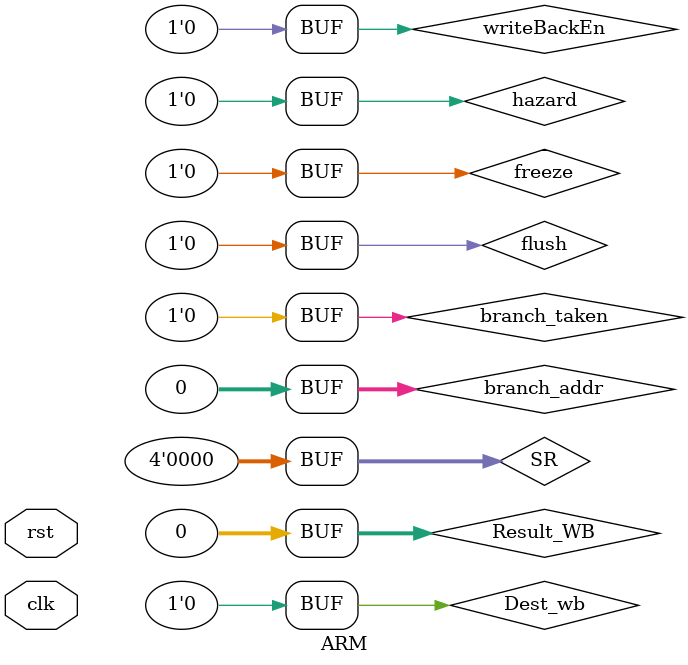
<source format=v>
module ARM(input clk, rst);
  wire freeze, flush;
  wire [31:0] if_pc, inst, id_pc, exe_pc, mem_pc, wb_pc, branch_addr;
  wire [31:0] if_pc_reg, inst_reg, id_reg_pc, exe_reg_pc, mem_reg_pc, wb_reg_pc;
  
  wire writeBackEn, Dest_wb, hazard, WB_EN, MEM_R_EN, MEM_W_EN, B, S, imm, Two_src;
  wire [31:0] Result_WB, Val_Rn, Val_Rm;
  wire [3:0] SR, EXE_CMD, Dest, src1, src2;
  wire [11:0] Shift_operand;
  wire [23:0] Signed_imm_24;
  
  wire WB_EN_reg, MEM_R_EN_reg, MEM_W_EN_reg, B_reg, S_reg, imm_reg;
  wire [31:0] Val_Rn_reg, Val_Rm_reg;
  wire [3:0] EXE_CMD_reg, Dest_reg;
  wire [11:0] Shift_operand_reg;
  wire [23:0] Signed_imm_24_reg;

  wire exe_reg_WB_EN, exe_reg_MEM_R_EN, exe_reg_MEM_W_EN;
  wire [31:0] exe_reg_ALU_Result, exe_reg_Val_Rm;
  wire [3:0] exe_reg_Dest;

  wire [31:0] exe_ALU_Res, exe_Status_bits;
  
  wire mem_WB_EN, mem_MEM_R_EN;
  wire [31:0] mem_ALU_Res, mem_DM_out;
  wire [3:0] mem_Dest;

  wire mem_reg_WB_EN, mem_reg_MEM_R_EN;
  wire [31:0] mem_reg_ALU_Res, mem_reg_DM_out;
  wire [3:0] mem_reg_Dest;
  
  assign freeze = 1'b0;
  assign flush = 1'b0;
  assign branch_taken = 1'b0;
  assign branch_addr = 32'b0;
  assign writeBackEn = 1'b0;
  assign hazard = 1'b0;
  assign Dest_wb = 1'b0;
  assign Result_WB = 32'b0;
  assign SR = 4'b0;

  IF_Stage IF_Stage_(clk, rst, freeze, branch_taken, branch_addr, if_pc, inst);
  IF_Stage_Reg IF_Stage_Reg_(clk, rst, freeze, flush, if_pc, inst, if_pc_reg, inst_reg);
  
  ID_Stage ID_Stage_(clk, rst, inst_reg, Result_WB, writeBackEn, Dest_wb, hazard, SR,
                      WB_EN, MEM_R_EN, MEM_W_EN, B, S, EXE_CMD, Val_Rn, Val_Rm, 
                      imm, Shift_operand, Signed_imm_24, Dest, src1, src2, Two_src);
  ID_Stage_Reg ID_Stage_Reg_(clk, rst, flush, WB_EN, MEM_R_EN, MEM_W_EN, B, S, EXE_CMD, 
                              if_pc_reg, Val_Rn, Val_Rm, imm, Shift_operand, Signed_imm_24, Dest,
                              WB_EN_reg, MEM_R_EN_reg, MEM_W_EN_reg, branch_taken, S_reg,
                              EXE_CMD_reg, id_reg_pc, Val_Rn_reg, Val_Rm_reg, imm_reg,                
                              Shift_operand_reg, Signed_imm_24_reg, Dest_reg);
  
  EXE_Stage EXE_Stage_(clk, EXE_CMD_reg, MEM_R_EN_reg, MEM_W_EN_reg, id_reg_pc, Val_Rn_reg, Val_Rm_reg, imm_reg, Shift_operand_reg, Signed_imm_24_reg, SR,
                       exe_ALU_Res, branch_addr, exe_Status_bits);
  EXE_Stage_Reg EXE_Stage_Reg_(clk, rst, WB_EN_reg, MEM_R_EN_reg, MEM_W_EN_reg, ALU_res, Val_Rm_reg, Dest_reg, 
                               exe_reg_WB_EN, exe_reg_MEM_R_EN, exe_reg_MEM_W_EN, exe_reg_ALU_Result, exe_reg_Val_Rm, exe_reg_Dest);

  Status_Register Status_Register_(clk, rst, exe_Status_bits, S_reg, 
                                   SR);
  
  MEM_Stage MEM_Stage_(clk, exe_reg_WB_EN, exe_reg_MEM_R_EN, exe_reg_MEM_W_EN, 
                        exe_reg_Dest, exe_reg_ALU_Result, exe_reg_Val_Rm, 
                        mem_WB_EN, mem_MEM_R_EN, mem_ALU_Res, mem_DM_out, mem_Dest);
  MEM_Stage_Reg MEM_Stage_Reg_(clk, rst, mem_WB_EN, mem_MEM_R_EN, mem_ALU_Res, mem_DM_out, mem_Dest,
                              mem_reg_WB_EN, mem_reg_MEM_R_EN, mem_reg_Dest, mem_reg_ALU_Res, mem_reg_DM_out);
  
  WB_Stage WB_Stage_(exe_reg_ALU_Result, mem_reg_pc, exe_reg_MEM_R_EN, Result_WB);
endmodule
</source>
